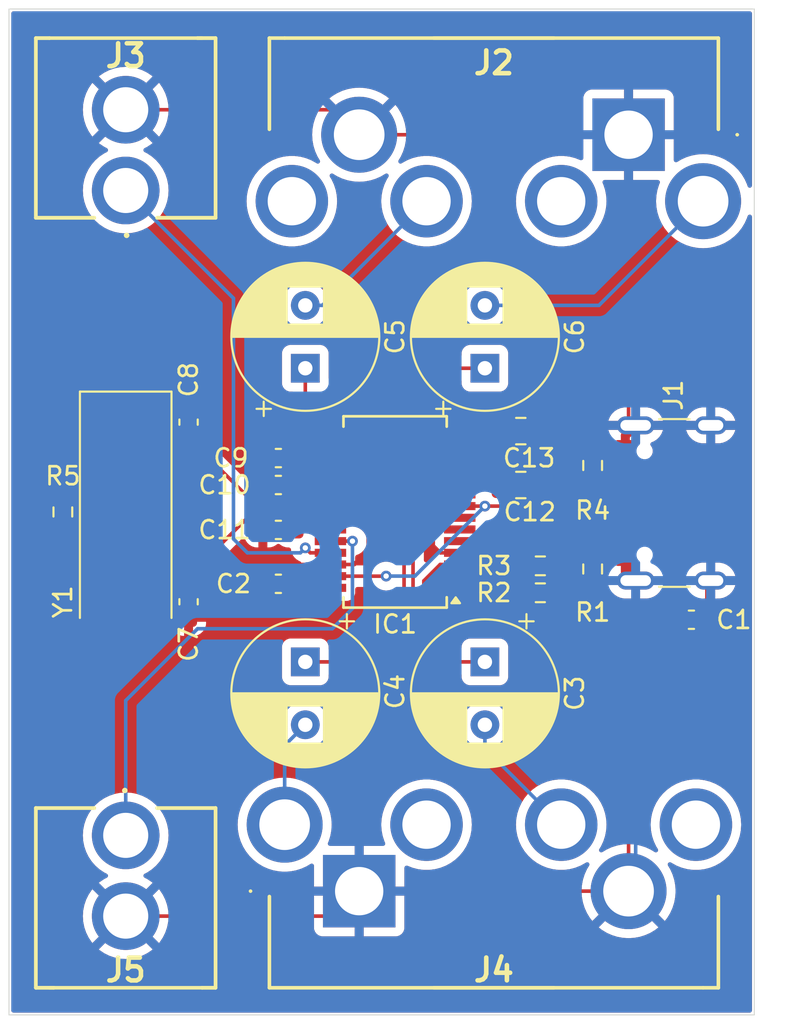
<source format=kicad_pcb>
(kicad_pcb (version 20240108) (generator "pcbnew") (generator_version "8.0")
  (layers (0 "F.Cu" signal) (31 "B.Cu" signal) (34 "B.Paste" user) (35 "F.Paste" user) (36 "B.SilkS" user "B.Silkscreen") (37 "F.SilkS" user "F.Silkscreen") (38 "B.Mask" user) (39 "F.Mask" user) (44 "Edge.Cuts" user))
  (net 0 "")
  (net 1 "GND")
  (net 2 "VBUS")
  (net 3 "VDD")
  (net 4 "/VINL")
  (net 5 "Net-(J4-IN1)")
  (net 6 "Net-(J4-IN2)")
  (net 7 "/VINR")
  (net 8 "/VOUTL")
  (net 9 "Net-(J2-IN1)")
  (net 10 "/VOUTR")
  (net 11 "Net-(J2-IN2)")
  (net 12 "/XTI")
  (net 13 "/XTO")
  (net 14 "/VCCP1I")
  (net 15 "/VCCP2I")
  (net 16 "/VCCXI")
  (net 17 "/VCCCI")
  (net 18 "/VCOM")
  (net 19 "/DOUT")
  (net 20 "/D+")
  (net 23 "/D-")
  (net 25 "/DIN")
  (net 27 "Net-(J1-D--PadA7)")
  (net 28 "Net-(J1-D+-PadA6)")
  (net 29 "Net-(J1-CC1)")
  (footprint "Capacitor_SMD:C_0603_1608Metric_Pad1.08x0.95mm_HandSolder" (layer "F.Cu") (at 170 72.5)
    (property "Reference" "C1" (at 2.3625 0 0) (layer "F.SilkS"))
    (property "Value" "1uF")
    (pad "1" smd roundrect (at -0.8625 0) (size 1.075 0.95) (layers "F.Cu" "F.Paste" "F.Mask") (net 2 "VBUS"))
    (pad "2" smd roundrect (at 0.8625 0) (size 1.075 0.95) (layers "F.Cu" "F.Paste" "F.Mask") (net 1 "GND"))
  )
  (footprint "Capacitor_SMD:C_0603_1608Metric_Pad1.08x0.95mm_HandSolder" (layer "F.Cu") (at 147 67.5 180)
    (property "Reference" "C11" (at 3 0 0) (layer "F.SilkS"))
    (property "Value" "1uF")
    (pad "1" smd roundrect (at -0.8625 0 180) (size 1.075 0.95) (layers "F.Cu" "F.Paste" "F.Mask") (net 16 "/VCCXI"))
    (pad "2" smd roundrect (at 0.8625 0 180) (size 1.075 0.95) (layers "F.Cu" "F.Paste" "F.Mask") (net 1 "GND"))
  )
  (footprint "Capacitor_SMD:C_0603_1608Metric_Pad1.08x0.95mm_HandSolder" (layer "F.Cu") (at 147 65 180)
    (property "Reference" "C10" (at 3 0 0) (layer "F.SilkS"))
    (property "Value" "1uF")
    (pad "1" smd roundrect (at -0.8625 0 180) (size 1.075 0.95) (layers "F.Cu" "F.Paste" "F.Mask") (net 15 "/VCCP2I"))
    (pad "2" smd roundrect (at 0.8625 0 180) (size 1.075 0.95) (layers "F.Cu" "F.Paste" "F.Mask") (net 1 "GND"))
  )
  (footprint "Capacitor_SMD:C_0603_1608Metric_Pad1.08x0.95mm_HandSolder" (layer "F.Cu") (at 147 70.5)
    (property "Reference" "C2" (at -2.5 0 0) (layer "F.SilkS"))
    (property "Value" "1uF")
    (pad "1" smd roundrect (at -0.8625 0) (size 1.075 0.95) (layers "F.Cu" "F.Paste" "F.Mask") (net 1 "GND"))
    (pad "2" smd roundrect (at 0.8625 0) (size 1.075 0.95) (layers "F.Cu" "F.Paste" "F.Mask") (net 3 "VDD"))
  )
  (footprint "Capacitor_THT:CP_Radial_D8.0mm_P3.50mm" (layer "F.Cu") (at 158.5 58.5 90)
    (property "Reference" "C6" (at 1.75 5 90) (layer "F.SilkS"))
    (property "Value" "820uF")
    (pad "1" thru_hole rect (at 0 0 90) (size 1.6 1.6) (drill 0.8) (layers "*.Cu" "*.Mask") (net 10 "/VOUTR"))
    (pad "2" thru_hole circle (at 3.5 0 90) (size 1.6 1.6) (drill 0.8) (layers "*.Cu" "*.Mask") (net 11 "Net-(J2-IN2)"))
  )
  (footprint "Resistor_SMD:R_0603_1608Metric_Pad0.98x0.95mm_HandSolder" (layer "F.Cu") (at 135 66.5 90)
    (property "Reference" "R5" (at 2 0 180) (layer "F.SilkS"))
    (property "Value" "1M")
    (pad "1" smd roundrect (at -0.9125 0 90) (size 0.975 0.95) (layers "F.Cu" "F.Paste" "F.Mask") (net 12 "/XTI"))
    (pad "2" smd roundrect (at 0.9125 0 90) (size 0.975 0.95) (layers "F.Cu" "F.Paste" "F.Mask") (net 13 "/XTO"))
  )
  (footprint "Connector_USB:USB_C_Receptacle_GCT_USB4105-xx-A_16P_TopMnt_Horizontal" (layer "F.Cu") (at 170 66 90)
    (property "Reference" "J1" (at 6 -1 90) (layer "F.SilkS"))
    (property "Value" "USB_C_Receptacle_USB2.0_14P")
    (pad "" np_thru_hole circle (at -2.89 -2.605 90) (size 0.65 0.65) (drill 0.65) (layers "F&B.Cu" "*.Mask"))
    (pad "" np_thru_hole circle (at 2.89 -2.605 90) (size 0.65 0.65) (drill 0.65) (layers "F&B.Cu" "*.Mask"))
    (pad "A1" smd roundrect (at -3.2 -3.68 90) (size 0.6 1.15) (layers "F.Cu" "F.Paste" "F.Mask") (net 1 "GND"))
    (pad "A4" smd roundrect (at -2.4 -3.68 90) (size 0.6 1.15) (layers "F.Cu" "F.Paste" "F.Mask") (net 2 "VBUS"))
    (pad "A5" smd roundrect (at -1.25 -3.68 90) (size 0.3 1.15) (layers "F.Cu" "F.Paste" "F.Mask") (net 29 "Net-(J1-CC1)"))
    (pad "A6" smd roundrect (at -0.25 -3.68 90) (size 0.3 1.15) (layers "F.Cu" "F.Paste" "F.Mask") (net 28 "Net-(J1-D+-PadA6)"))
    (pad "A7" smd roundrect (at 0.25 -3.68 90) (size 0.3 1.15) (layers "F.Cu" "F.Paste" "F.Mask") (net 27 "Net-(J1-D--PadA7)"))
    (pad "A8" smd roundrect (at 1.25 -3.68 90) (size 0.3 1.15) (layers "F.Cu" "F.Paste" "F.Mask"))
    (pad "A9" smd roundrect (at 2.4 -3.68 90) (size 0.6 1.15) (layers "F.Cu" "F.Paste" "F.Mask") (net 2 "VBUS"))
    (pad "A12" smd roundrect (at 3.2 -3.68 90) (size 0.6 1.15) (layers "F.Cu" "F.Paste" "F.Mask") (net 1 "GND"))
    (pad "B1" smd roundrect (at 3.2 -3.68 90) (size 0.6 1.15) (layers "F.Cu" "F.Paste" "F.Mask") (net 1 "GND"))
    (pad "B4" smd roundrect (at 2.4 -3.68 90) (size 0.6 1.15) (layers "F.Cu" "F.Paste" "F.Mask") (net 2 "VBUS"))
    (pad "B5" smd roundrect (at 1.75 -3.68 90) (size 0.3 1.15) (layers "F.Cu" "F.Paste" "F.Mask") (net 29 "Net-(J1-CC1)"))
    (pad "B6" smd roundrect (at 0.75 -3.68 90) (size 0.3 1.15) (layers "F.Cu" "F.Paste" "F.Mask") (net 28 "Net-(J1-D+-PadA6)"))
    (pad "B7" smd roundrect (at -0.75 -3.68 90) (size 0.3 1.15) (layers "F.Cu" "F.Paste" "F.Mask") (net 27 "Net-(J1-D--PadA7)"))
    (pad "B8" smd roundrect (at -1.75 -3.68 90) (size 0.3 1.15) (layers "F.Cu" "F.Paste" "F.Mask"))
    (pad "B9" smd roundrect (at -2.4 -3.68 90) (size 0.6 1.15) (layers "F.Cu" "F.Paste" "F.Mask") (net 2 "VBUS"))
    (pad "B12" smd roundrect (at -3.2 -3.68 90) (size 0.6 1.15) (layers "F.Cu" "F.Paste" "F.Mask") (net 1 "GND"))
    (pad "S1" thru_hole oval (at -4.32 -3.105 90) (size 1 2.1) (drill oval 0.6 1.7) (layers "*.Cu" "*.Mask" "F.Paste") (net 1 "GND"))
    (pad "S1" thru_hole oval (at -4.32 1.075 90) (size 1 1.8) (drill oval 0.6 1.4) (layers "*.Cu" "*.Mask" "F.Paste") (net 1 "GND"))
    (pad "S1" thru_hole oval (at 4.32 -3.105 90) (size 1 2.1) (drill oval 0.6 1.7) (layers "*.Cu" "*.Mask" "F.Paste") (net 1 "GND"))
    (pad "S1" thru_hole oval (at 4.32 1.075 90) (size 1 1.8) (drill oval 0.6 1.4) (layers "*.Cu" "*.Mask" "F.Paste") (net 1 "GND"))
  )
  (footprint "Capacitor_SMD:C_0805_2012Metric_Pad1.18x1.45mm_HandSolder" (layer "F.Cu") (at 160.5 65)
    (property "Reference" "C12" (at 0.5 1.5 180) (layer "F.SilkS"))
    (property "Value" "10uF")
    (pad "1" smd roundrect (at -1.0375 0) (size 1.175 1.45) (layers "F.Cu" "F.Paste" "F.Mask") (roundrect_rratio 0.212766) (net 17 "/VCCCI"))
    (pad "2" smd roundrect (at 1.0375 0) (size 1.175 1.45) (layers "F.Cu" "F.Paste" "F.Mask") (roundrect_rratio 0.212766) (net 1 "GND"))
  )
  (footprint "Resistor_SMD:R_0603_1608Metric_Pad0.98x0.95mm_HandSolder" (layer "F.Cu") (at 164.5 69.675 -90)
    (property "Reference" "R1" (at 2.4125 0 0) (layer "F.SilkS"))
    (property "Value" "5.1k")
    (pad "1" smd roundrect (at -0.9125 0 270) (size 0.975 0.95) (layers "F.Cu" "F.Paste" "F.Mask") (net 29 "Net-(J1-CC1)"))
    (pad "2" smd roundrect (at 0.9125 0 270) (size 0.975 0.95) (layers "F.Cu" "F.Paste" "F.Mask") (net 1 "GND"))
  )
  (footprint "Capacitor_SMD:C_0805_2012Metric_Pad1.18x1.45mm_HandSolder" (layer "F.Cu") (at 160.5 62)
    (property "Reference" "C13" (at 0.4625 1.5 0) (layer "F.SilkS"))
    (property "Value" "10uF")
    (pad "1" smd roundrect (at -1.0375 0) (size 1.175 1.45) (layers "F.Cu" "F.Paste" "F.Mask") (roundrect_rratio 0.212766) (net 18 "/VCOM"))
    (pad "2" smd roundrect (at 1.0375 0) (size 1.175 1.45) (layers "F.Cu" "F.Paste" "F.Mask") (roundrect_rratio 0.212766) (net 1 "GND"))
  )
  (footprint "Package_SO:SSOP-28_5.3x10.2mm_P0.65mm" (layer "F.Cu") (at 153.5 66.5 180)
    (property "Reference" "IC1" (at 0 -6.25 0) (layer "F.SilkS"))
    (property "Value" "PCM2906C")
    (pad "1" smd rect (at -3.6 -4.225 180) (size 1.75 0.45) (layers "F.Cu" "F.Paste" "F.Mask") (net 20 "/D+"))
    (pad "2" smd rect (at -3.6 -3.575 180) (size 1.75 0.45) (layers "F.Cu" "F.Paste" "F.Mask") (net 23 "/D-"))
    (pad "3" smd rect (at -3.6 -2.925 180) (size 1.75 0.45) (layers "F.Cu" "F.Paste" "F.Mask") (net 2 "VBUS"))
    (pad "4" smd rect (at -3.6 -2.275 180) (size 1.75 0.45) (layers "F.Cu" "F.Paste" "F.Mask") (net 1 "GND"))
    (pad "5" smd rect (at -3.6 -1.625 180) (size 1.75 0.45) (layers "F.Cu" "F.Paste" "F.Mask"))
    (pad "6" smd rect (at -3.6 -0.975 180) (size 1.75 0.45) (layers "F.Cu" "F.Paste" "F.Mask"))
    (pad "7" smd rect (at -3.6 -0.325 180) (size 1.75 0.45) (layers "F.Cu" "F.Paste" "F.Mask"))
    (pad "8" smd rect (at -3.6 0.325 180) (size 1.75 0.45) (layers "F.Cu" "F.Paste" "F.Mask") (net 3 "VDD"))
    (pad "9" smd rect (at -3.6 0.975 180) (size 1.75 0.45) (layers "F.Cu" "F.Paste" "F.Mask") (net 3 "VDD"))
    (pad "10" smd rect (at -3.6 1.625 180) (size 1.75 0.45) (layers "F.Cu" "F.Paste" "F.Mask") (net 17 "/VCCCI"))
    (pad "11" smd rect (at -3.6 2.275 180) (size 1.75 0.45) (layers "F.Cu" "F.Paste" "F.Mask") (net 1 "GND"))
    (pad "12" smd rect (at -3.6 2.925 180) (size 1.75 0.45) (layers "F.Cu" "F.Paste" "F.Mask") (net 4 "/VINL"))
    (pad "13" smd rect (at -3.6 3.575 180) (size 1.75 0.45) (layers "F.Cu" "F.Paste" "F.Mask") (net 7 "/VINR"))
    (pad "14" smd rect (at -3.6 4.225 180) (size 1.75 0.45) (layers "F.Cu" "F.Paste" "F.Mask") (net 18 "/VCOM"))
    (pad "15" smd rect (at 3.6 4.225 180) (size 1.75 0.45) (layers "F.Cu" "F.Paste" "F.Mask") (net 10 "/VOUTR"))
    (pad "16" smd rect (at 3.6 3.575 180) (size 1.75 0.45) (layers "F.Cu" "F.Paste" "F.Mask") (net 8 "/VOUTL"))
    (pad "17" smd rect (at 3.6 2.925 180) (size 1.75 0.45) (layers "F.Cu" "F.Paste" "F.Mask") (net 14 "/VCCP1I"))
    (pad "18" smd rect (at 3.6 2.275 180) (size 1.75 0.45) (layers "F.Cu" "F.Paste" "F.Mask") (net 1 "GND"))
    (pad "19" smd rect (at 3.6 1.625 180) (size 1.75 0.45) (layers "F.Cu" "F.Paste" "F.Mask") (net 15 "/VCCP2I"))
    (pad "20" smd rect (at 3.6 0.975 180) (size 1.75 0.45) (layers "F.Cu" "F.Paste" "F.Mask") (net 13 "/XTO"))
    (pad "21" smd rect (at 3.6 0.325 180) (size 1.75 0.45) (layers "F.Cu" "F.Paste" "F.Mask") (net 12 "/XTI"))
    (pad "22" smd rect (at 3.6 -0.325 180) (size 1.75 0.45) (layers "F.Cu" "F.Paste" "F.Mask") (net 1 "GND"))
    (pad "23" smd rect (at 3.6 -0.975 180) (size 1.75 0.45) (layers "F.Cu" "F.Paste" "F.Mask") (net 16 "/VCCXI"))
    (pad "24" smd rect (at 3.6 -1.625 180) (size 1.75 0.45) (layers "F.Cu" "F.Paste" "F.Mask") (net 25 "/DIN"))
    (pad "25" smd rect (at 3.6 -2.275 180) (size 1.75 0.45) (layers "F.Cu" "F.Paste" "F.Mask") (net 19 "/DOUT"))
    (pad "26" smd rect (at 3.6 -2.925 180) (size 1.75 0.45) (layers "F.Cu" "F.Paste" "F.Mask") (net 1 "GND"))
    (pad "27" smd rect (at 3.6 -3.575 180) (size 1.75 0.45) (layers "F.Cu" "F.Paste" "F.Mask") (net 3 "VDD"))
    (pad "28" smd rect (at 3.6 -4.225 180) (size 1.75 0.45) (layers "F.Cu" "F.Paste" "F.Mask"))
  )
  (footprint "Capacitor_SMD:C_0603_1608Metric_Pad1.08x0.95mm_HandSolder" (layer "F.Cu") (at 142 61.5 90)
    (property "Reference" "C8" (at 2.3625 0 90) (layer "F.SilkS"))
    (property "Value" "25pF")
    (pad "1" smd roundrect (at -0.8625 0 90) (size 1.075 0.95) (layers "F.Cu" "F.Paste" "F.Mask") (net 13 "/XTO"))
    (pad "2" smd roundrect (at 0.8625 0 90) (size 1.075 0.95) (layers "F.Cu" "F.Paste" "F.Mask") (net 1 "GND"))
  )
  (footprint "RCA jacks:1560099E" (layer "F.Cu") (at 138.5002 48.605 180)
    (property "Reference" "J3" (at 0 7.5 0) (layer "F.SilkS") (effects (font (size 1.27 1.27) (thickness 0.254))))
    (property "Value" "Conn_Coaxial" (hide yes))
    (pad "1" thru_hole circle (at 0 0 180) (size 3.765 3.765) (drill 2.51) (layers "*.Cu" "*.Mask") (net 19 "/DOUT"))
    (pad "2" thru_hole circle (at 0 4.496 180) (size 3.765 3.765) (drill 2.51) (layers "*.Cu" "*.Mask") (net 1 "GND"))
  )
  (footprint "RCA jacks:1560099E" (layer "F.Cu") (at 138.5 84.504)
    (property "Reference" "J5" (at 0 7.5 0) (layer "F.SilkS") (effects (font (size 1.27 1.27) (thickness 0.254))))
    (property "Value" "Conn_Coaxial" (hide yes))
    (pad "1" thru_hole circle (at 0 0) (size 3.765 3.765) (drill 2.51) (layers "*.Cu" "*.Mask") (net 25 "/DIN"))
    (pad "2" thru_hole circle (at 0 4.496) (size 3.765 3.765) (drill 2.51) (layers "*.Cu" "*.Mask") (net 1 "GND"))
  )
  (footprint "Capacitor_THT:CP_Radial_D8.0mm_P3.50mm" (layer "F.Cu") (at 148.5 58.5 90)
    (property "Reference" "C5" (at 1.75 5 90) (layer "F.SilkS"))
    (property "Value" "820uF")
    (pad "1" thru_hole rect (at 0 0 90) (size 1.6 1.6) (drill 0.8) (layers "*.Cu" "*.Mask") (net 8 "/VOUTL"))
    (pad "2" thru_hole circle (at 3.5 0 90) (size 1.6 1.6) (drill 0.8) (layers "*.Cu" "*.Mask") (net 9 "Net-(J2-IN1)"))
  )
  (footprint "Resistor_SMD:R_0603_1608Metric_Pad0.98x0.95mm_HandSolder" (layer "F.Cu") (at 161.5875 71 180)
    (property "Reference" "R2" (at 2.5875 0 180) (layer "F.SilkS"))
    (property "Value" "22")
    (pad "1" smd roundrect (at -0.9125 0 180) (size 0.975 0.95) (layers "F.Cu" "F.Paste" "F.Mask") (net 27 "Net-(J1-D--PadA7)"))
    (pad "2" smd roundrect (at 0.9125 0 180) (size 0.975 0.95) (layers "F.Cu" "F.Paste" "F.Mask") (net 23 "/D-"))
  )
  (footprint "Crystal:Crystal_SMD_HC49-SD" (layer "F.Cu") (at 138.5 66.5 -90)
    (property "Reference" "Y1" (at 5 3.5 -90) (layer "F.SilkS"))
    (property "Value" "12MHz")
    (pad "1" smd rect (at -4.25 0 270) (size 4.5 2) (layers "F.Cu" "F.Paste" "F.Mask") (net 13 "/XTO"))
    (pad "2" smd rect (at 4.25 0 270) (size 4.5 2) (layers "F.Cu" "F.Paste" "F.Mask") (net 12 "/XTI"))
  )
  (footprint "Capacitor_THT:CP_Radial_D8.0mm_P3.50mm" (layer "F.Cu") (at 148.5 74.8473 -90)
    (property "Reference" "C4" (at 1.652651 -5 90) (layer "F.SilkS"))
    (property "Value" "820uF")
    (pad "1" thru_hole rect (at 0 0 270) (size 1.6 1.6) (drill 0.8) (layers "*.Cu" "*.Mask") (net 7 "/VINR"))
    (pad "2" thru_hole circle (at 3.5 0 270) (size 1.6 1.6) (drill 0.8) (layers "*.Cu" "*.Mask") (net 6 "Net-(J4-IN2)"))
  )
  (footprint "RCA jacks:PJRAN2X1U01AUX" (layer "F.Cu") (at 166.5 45.5 180)
    (property "Reference" "J2" (at 7.5 4 0) (layer "F.SilkS") (effects (font (size 1.27 1.27) (thickness 0.254))))
    (property "Value" "Conn_Coaxial_x2" (hide yes))
    (pad "1" thru_hole circle (at 11.25 -3.7 180) (size 4.035 4.035) (drill 2.69) (layers "*.Cu" "*.Mask") (net 9 "Net-(J2-IN1)"))
    (pad "2" thru_hole circle (at -4.15 -3.7 180) (size 4.23 4.23) (drill 2.82) (layers "*.Cu" "*.Mask") (net 11 "Net-(J2-IN2)"))
    (pad "3" thru_hole rect (at 0 0 180) (size 4.035 4.035) (drill 2.69) (layers "*.Cu" "*.Mask") (net 1 "GND"))
    (pad "3" thru_hole circle (at 15 0 180) (size 4.23 4.23) (drill 2.82) (layers "*.Cu" "*.Mask") (net 1 "GND"))
    (pad "A" thru_hole circle (at 3.75 -3.7 180) (size 4.035 4.035) (drill 2.69) (layers "*.Cu" "*.Mask"))
    (pad "B" thru_hole circle (at 18.75 -3.7 180) (size 4.035 4.035) (drill 2.69) (layers "*.Cu" "*.Mask"))
  )
  (footprint "Resistor_SMD:R_0603_1608Metric_Pad0.98x0.95mm_HandSolder" (layer "F.Cu") (at 164.5 63.9125 -90)
    (property "Reference" "R4" (at 2.5 0 0) (layer "F.SilkS"))
    (property "Value" "1.5k")
    (pad "1" smd roundrect (at -0.9125 0 270) (size 0.975 0.95) (layers "F.Cu" "F.Paste" "F.Mask") (net 28 "Net-(J1-D+-PadA6)"))
    (pad "2" smd roundrect (at 0.9125 0 270) (size 0.975 0.95) (layers "F.Cu" "F.Paste" "F.Mask") (net 3 "VDD"))
  )
  (footprint "Capacitor_THT:CP_Radial_D8.0mm_P3.50mm" (layer "F.Cu") (at 158.5 74.8473 -90)
    (property "Reference" "C3" (at 1.75 -5 90) (layer "F.SilkS"))
    (property "Value" "820uF")
    (pad "1" thru_hole rect (at 0 0 270) (size 1.6 1.6) (drill 0.8) (layers "*.Cu" "*.Mask") (net 4 "/VINL"))
    (pad "2" thru_hole circle (at 3.5 0 270) (size 1.6 1.6) (drill 0.8) (layers "*.Cu" "*.Mask") (net 5 "Net-(J4-IN1)"))
  )
  (footprint "Capacitor_SMD:C_0603_1608Metric_Pad1.08x0.95mm_HandSolder" (layer "F.Cu") (at 147 63.5 180)
    (property "Reference" "C9" (at 2.6375 0 0) (layer "F.SilkS"))
    (property "Value" "1uF")
    (pad "1" smd roundrect (at -0.8625 0 180) (size 1.075 0.95) (layers "F.Cu" "F.Paste" "F.Mask") (net 14 "/VCCP1I"))
    (pad "2" smd roundrect (at 0.8625 0 180) (size 1.075 0.95) (layers "F.Cu" "F.Paste" "F.Mask") (net 1 "GND"))
  )
  (footprint "RCA jacks:PJRAN2X1U01AUX" (layer "F.Cu") (at 151.5003 87.609)
    (property "Reference" "J4" (at 7.499 4.391 0) (layer "F.SilkS") (effects (font (size 1.27 1.27) (thickness 0.254))))
    (property "Value" "Conn_Coaxial_x2" (hide yes))
    (pad "1" thru_hole circle (at 11.25 -3.7) (size 4.035 4.035) (drill 2.69) (layers "*.Cu" "*.Mask") (net 5 "Net-(J4-IN1)"))
    (pad "2" thru_hole circle (at -4.15 -3.7) (size 4.23 4.23) (drill 2.82) (layers "*.Cu" "*.Mask") (net 6 "Net-(J4-IN2)"))
    (pad "3" thru_hole rect (at 0 0) (size 4.035 4.035) (drill 2.69) (layers "*.Cu" "*.Mask") (net 1 "GND"))
    (pad "3" thru_hole circle (at 15 0) (size 4.23 4.23) (drill 2.82) (layers "*.Cu" "*.Mask") (net 1 "GND"))
    (pad "A" thru_hole circle (at 3.75 -3.7) (size 4.035 4.035) (drill 2.69) (layers "*.Cu" "*.Mask"))
    (pad "B" thru_hole circle (at 18.75 -3.7) (size 4.035 4.035) (drill 2.69) (layers "*.Cu" "*.Mask"))
  )
  (footprint "Resistor_SMD:R_0603_1608Metric_Pad0.98x0.95mm_HandSolder" (layer "F.Cu") (at 161.5875 69.5 180)
    (property "Reference" "R3" (at 2.5875 0 180) (layer "F.SilkS"))
    (property "Value" "22")
    (pad "1" smd roundrect (at -0.9125 0 180) (size 0.975 0.95) (layers "F.Cu" "F.Paste" "F.Mask") (net 28 "Net-(J1-D+-PadA6)"))
    (pad "2" smd roundrect (at 0.9125 0 180) (size 0.975 0.95) (layers "F.Cu" "F.Paste" "F.Mask") (net 20 "/D+"))
  )
  (footprint "Capacitor_SMD:C_0603_1608Metric_Pad1.08x0.95mm_HandSolder" (layer "F.Cu") (at 142 71.5 -90)
    (property "Reference" "C7" (at 2.3625 0 90) (layer "F.SilkS"))
    (property "Value" "25pF")
    (pad "1" smd roundrect (at -0.8625 0 270) (size 1.075 0.95) (layers "F.Cu" "F.Paste" "F.Mask") (net 12 "/XTI"))
    (pad "2" smd roundrect (at 0.8625 0 270) (size 1.075 0.95) (layers "F.Cu" "F.Paste" "F.Mask") (net 1 "GND"))
  )
  (gr_line (start 173.5 94.5) (end 132 94.5) (stroke (width 0.05)) (layer "Edge.Cuts"))
  (gr_line (start 132 94.5) (end 132 38.5) (stroke (width 0.05)) (layer "Edge.Cuts"))
  (gr_line (start 132 38.5) (end 173.5 38.5) (stroke (width 0.05)) (layer "Edge.Cuts"))
  (gr_line (start 173.5 38.5) (end 173.5 94.5) (stroke (width 0.05)) (layer "Edge.Cuts"))
  (segment (start 151.5 64.375) (end 151.35 64.225) (width 0.2) (layer "F.Cu") (net 1))
  (segment (start 157.1 64.225) (end 158.207628 64.225) (width 0.2) (layer "F.Cu") (net 1))
  (segment (start 166.32 62.255) (end 166.895 61.68) (width 0.5) (layer "F.Cu") (net 1))
  (segment (start 170.8625 72.5) (end 170.8625 70.5325) (width 0.2) (layer "F.Cu") (net 1))
  (segment (start 138.5002 44.109) (end 142 47.6088) (width 0.2) (layer "F.Cu") (net 1))
  (segment (start 147.2125 69.425) (end 146.1375 70.5) (width 0.2) (layer "F.Cu") (net 1))
  (segment (start 171.075 61.68) (end 166.895 61.68) (width 0.2) (layer "F.Cu") (net 1))
  (segment (start 166.5 61.285) (end 166.895 61.68) (width 0.2) (layer "F.Cu") (net 1))
  (segment (start 166.895 61.68) (end 161.8575 61.68) (width 0.2) (layer "F.Cu") (net 1))
  (segment (start 151.325 66.825) (end 151.5 66.65) (width 0.2) (layer "F.Cu") (net 1))
  (segment (start 156.025 64.225) (end 155.5 64.75) (width 0.2) (layer "F.Cu") (net 1))
  (segment (start 166.5 45.5) (end 151.5 45.5) (width 0.2) (layer "F.Cu") (net 1))
  (segment (start 146.1375 62.1375) (end 144.6375 60.6375) (width 0.2) (layer "F.Cu") (net 1))
  (segment (start 170.8625 72.5) (end 166.5003 76.8622) (width 0.2) (layer "F.Cu") (net 1))
  (segment (start 161.5375 64.0375) (end 161 63.5) (width 0.2) (layer "F.Cu") (net 1))
  (segment (start 146.1375 67.5) (end 146.1375 70.5) (width 0.2) (layer "F.Cu") (net 1))
  (segment (start 151.325 66.825) (end 149.9 66.825) (width 0.2) (layer "F.Cu") (net 1))
  (segment (start 151.35 64.225) (end 149.9 64.225) (width 0.2) (layer "F.Cu") (net 1))
  (segment (start 146.1375 63.5) (end 146.1375 62.1375) (width 0.2) (layer "F.Cu") (net 1))
  (segment (start 166.5003 87.609) (end 151.5003 87.609) (width 0.2) (layer "F.Cu") (net 1))
  (segment (start 138.5 89) (end 150.1093 89) (width 0.2) (layer "F.Cu") (net 1))
  (segment (start 144.6375 60.6375) (end 142 60.6375) (width 0.2) (layer "F.Cu") (net 1))
  (segment (start 164.7675 70.32) (end 164.5 70.5875) (width 0.2) (layer "F.Cu") (net 1))
  (segment (start 166.5 45.5) (end 166.5 61.285) (width 0.2) (layer "F.Cu") (net 1))
  (segment (start 156.025 68.775) (end 157.1 68.775) (width 0.2) (layer "F.Cu") (net 1))
  (segment (start 161.5375 65) (end 161.5375 64.0375) (width 0.2) (layer "F.Cu") (net 1))
  (segment (start 155.5 68.25) (end 156.025 68.775) (width 0.2) (layer "F.Cu") (net 1))
  (segment (start 161.5375 62.9625) (end 161.5375 62) (width 0.2) (layer "F.Cu") (net 1))
  (segment (start 166.5003 76.8622) (end 166.5003 87.609) (width 0.2) (layer "F.Cu") (net 1))
  (segment (start 158.207628 64.225) (end 158.932628 63.5) (width 0.2) (layer "F.Cu") (net 1))
  (segment (start 151.5 66.65) (end 151.5 64.375) (width 0.2) (layer "F.Cu") (net 1))
  (segment (start 166.895 70.32) (end 164.7675 70.32) (width 0.2) (layer "F.Cu") (net 1))
  (segment (start 166.895 69.775) (end 166.32 69.2) (width 0.5) (layer "F.Cu") (net 1))
  (segment (start 152 68.662133) (end 152 67.5) (width 0.2) (layer "F.Cu") (net 1))
  (segment (start 161.8575 61.68) (end 161.5375 62) (width 0.2) (layer "F.Cu") (net 1))
  (segment (start 166.32 62.8) (end 166.32 62.255) (width 0.5) (layer "F.Cu") (net 1))
  (segment (start 144.4125 72.3625) (end 146.1375 70.6375) (width 0.2) (layer "F.Cu") (net 1))
  (segment (start 151.237133 69.425) (end 152 68.662133) (width 0.2) (layer "F.Cu") (net 1))
  (segment (start 157.1 64.225) (end 156.025 64.225) (width 0.2) (layer "F.Cu") (net 1))
  (segment (start 150.109 44.109) (end 151.5 45.5) (width 0.2) (layer "F.Cu") (net 1))
  (segment (start 155.5 64.75) (end 155.5 68.25) (width 0.2) (layer "F.Cu") (net 1))
  (segment (start 149.9 69.425) (end 147.2125 69.425) (width 0.2) (layer "F.Cu") (net 1))
  (segment (start 150.1093 89) (end 151.5003 87.609) (width 0.2) (layer "F.Cu") (net 1))
  (segment (start 142 72.3625) (end 144.4125 72.3625) (width 0.2) (layer "F.Cu") (net 1))
  (segment (start 171.075 70.32) (end 171.075 61.68) (width 0.2) (layer "F.Cu") (net 1))
  (segment (start 161 63.5) (end 161.5375 62.9625) (width 0.2) (layer "F.Cu") (net 1))
  (segment (start 149.9 69.425) (end 151.237133 69.425) (width 0.2) (layer "F.Cu") (net 1))
  (segment (start 166.895 70.32) (end 166.895 69.775) (width 0.5) (layer "F.Cu") (net 1))
  (segment (start 152 67.5) (end 151.325 66.825) (width 0.2) (layer "F.Cu") (net 1))
  (segment (start 170.8625 70.5325) (end 171.075 70.32) (width 0.2) (layer "F.Cu") (net 1))
  (segment (start 146.1375 65) (end 146.1375 63.5) (width 0.2) (layer "F.Cu") (net 1))
  (segment (start 142 47.6088) (end 142 60.6375) (width 0.2) (layer "F.Cu") (net 1))
  (segment (start 138.5002 44.109) (end 150.109 44.109) (width 0.2) (layer "F.Cu") (net 1))
  (segment (start 142 72.3625) (end 142 85.5) (width 0.2) (layer "F.Cu") (net 1))
  (segment (start 158.932628 63.5) (end 161 63.5) (width 0.2) (layer "F.Cu") (net 1))
  (segment (start 142 85.5) (end 138.5 89) (width 0.2) (layer "F.Cu") (net 1))
  (segment (start 166.895 87.2143) (end 166.5003 87.609) (width 0.2) (layer "B.Cu") (net 1))
  (segment (start 166.895 70.32) (end 166.895 87.2143) (width 0.2) (layer "B.Cu") (net 1))
  (segment (start 157.1 69.425) (end 156.009314 69.425) (width 0.2) (layer "F.Cu") (net 2))
  (segment (start 155.1 71.1) (end 156.5 72.5) (width 0.2) (layer "F.Cu") (net 2))
  (segment (start 166.843095 63.6) (end 167.995 64.751905) (width 0.2) (layer "F.Cu") (net 2))
  (segment (start 167.415203 67.915203) (end 166.930406 68.4) (width 0.2) (layer "F.Cu") (net 2))
  (segment (start 166.930406 68.4) (end 166.32 68.4) (width 0.2) (layer "F.Cu") (net 2))
  (segment (start 169.1375 69.6375) (end 167.415203 67.915203) (width 0.2) (layer "F.Cu") (net 2))
  (segment (start 166.32 63.6) (end 166.843095 63.6) (width 0.2) (layer "F.Cu") (net 2))
  (segment (start 167.995 64.751905) (end 167.995 67.335406) (width 0.2) (layer "F.Cu") (net 2))
  (segment (start 166.505 68.215) (end 166.32 68.4) (width 0.2) (layer "F.Cu") (net 2))
  (segment (start 169.1375 72.5) (end 169.1375 69.6375) (width 0.2) (layer "F.Cu") (net 2))
  (segment (start 167.995 67.335406) (end 167.415203 67.915203) (width 0.2) (layer "F.Cu") (net 2))
  (segment (start 156.009314 69.425) (end 155.1 70.334314) (width 0.2) (layer "F.Cu") (net 2))
  (segment (start 155.1 70.334314) (end 155.1 71.1) (width 0.2) (layer "F.Cu") (net 2))
  (segment (start 156.5 72.5) (end 169.1375 72.5) (width 0.2) (layer "F.Cu") (net 2))
  (segment (start 157.1 65.525) (end 157.1 66.175) (width 0.2) (layer "F.Cu") (net 3))
  (segment (start 148.2875 70.075) (end 147.8625 70.5) (width 0.2) (layer "F.Cu") (net 3))
  (segment (start 152.995591 70.075) (end 149.9 70.075) (width 0.2) (layer "F.Cu") (net 3))
  (segment (start 158.5 66.175) (end 157.1 66.175) (width 0.2) (layer "F.Cu") (net 3))
  (segment (start 149.9 70.075) (end 148.2875 70.075) (width 0.2) (layer "F.Cu") (net 3))
  (segment (start 163.15 66.175) (end 158.5 66.175) (width 0.2) (layer "F.Cu") (net 3))
  (segment (start 164.5 64.825) (end 163.15 66.175) (width 0.2) (layer "F.Cu") (net 3))
  (segment (start 153 70.070591) (end 152.995591 70.075) (width 0.2) (layer "F.Cu") (net 3))
  (via (at 153 70.070591) (size 0.6) (drill 0.3) (layers "F.Cu" "B.Cu") (net 3))
  (via (at 158.5 66.175) (size 0.6) (drill 0.3) (layers "F.Cu" "B.Cu") (net 3))
  (segment (start 154.604409 70.070591) (end 158.5 66.175) (width 0.2) (layer "B.Cu") (net 3))
  (segment (start 153 70.070591) (end 154.604409 70.070591) (width 0.2) (layer "B.Cu") (net 3))
  (segment (start 154.5 65.1) (end 156.025 63.575) (width 0.2) (layer "F.Cu") (net 4))
  (segment (start 154.5 72.5) (end 154.5 65.1) (width 0.2) (layer "F.Cu") (net 4))
  (segment (start 156.025 63.575) (end 157.1 63.575) (width 0.2) (layer "F.Cu") (net 4))
  (segment (start 156.8473 74.8473) (end 154.5 72.5) (width 0.2) (layer "F.Cu") (net 4))
  (segment (start 158.5 74.8473) (end 156.8473 74.8473) (width 0.2) (layer "F.Cu") (net 4))
  (segment (start 162.7503 83.909) (end 158.5 79.6587) (width 0.2) (layer "B.Cu") (net 5))
  (segment (start 158.5 79.6587) (end 158.5 78.3473) (width 0.2) (layer "B.Cu") (net 5))
  (segment (start 147.3503 83.909) (end 147.3503 79.497) (width 0.2) (layer "B.Cu") (net 6))
  (segment (start 147.3503 79.497) (end 148.5 78.3473) (width 0.2) (layer "B.Cu") (net 6))
  (segment (start 156.025 62.925) (end 157.1 62.925) (width 0.2) (layer "F.Cu") (net 7))
  (segment (start 148.5 74.8473) (end 151.6527 74.8473) (width 0.2) (layer "F.Cu") (net 7))
  (segment (start 154 72.5) (end 154 64.95) (width 0.2) (layer "F.Cu") (net 7))
  (segment (start 151.6527 74.8473) (end 154 72.5) (width 0.2) (layer "F.Cu") (net 7))
  (segment (start 154 64.95) (end 156.025 62.925) (width 0.2) (layer "F.Cu") (net 7))
  (segment (start 149.9 62.925) (end 148.825 62.925) (width 0.2) (layer "F.Cu") (net 8))
  (segment (start 148.5 62.6) (end 148.5 58.5) (width 0.2) (layer "F.Cu") (net 8))
  (segment (start 148.825 62.925) (end 148.5 62.6) (width 0.2) (layer "F.Cu") (net 8))
  (segment (start 148.5 55) (end 149.45 55) (width 0.2) (layer "B.Cu") (net 9))
  (segment (start 149.45 55) (end 155.25 49.2) (width 0.2) (layer "B.Cu") (net 9))
  (segment (start 151.5 58.5) (end 158.5 58.5) (width 0.2) (layer "F.Cu") (net 10))
  (segment (start 149.9 60.1) (end 151.5 58.5) (width 0.2) (layer "F.Cu") (net 10))
  (segment (start 149.9 62.275) (end 149.9 60.1) (width 0.2) (layer "F.Cu") (net 10))
  (segment (start 158.5 55) (end 164.85 55) (width 0.2) (layer "B.Cu") (net 11))
  (segment (start 164.85 55) (end 170.65 49.2) (width 0.2) (layer "B.Cu") (net 11))
  (segment (start 141.8875 70.75) (end 142 70.6375) (width 0.2) (layer "F.Cu") (net 12))
  (segment (start 149.9 66.175) (end 145.925 66.175) (width 0.2) (layer "F.Cu") (net 12))
  (segment (start 135.1625 67.4125) (end 138.5 70.75) (width 0.2) (layer "F.Cu") (net 12))
  (segment (start 145.925 66.175) (end 142 70.1) (width 0.2) (layer "F.Cu") (net 12))
  (segment (start 135 67.4125) (end 135.1625 67.4125) (width 0.2) (layer "F.Cu") (net 12))
  (segment (start 138.5 70.75) (end 141.8875 70.75) (width 0.2) (layer "F.Cu") (net 12))
  (segment (start 142 70.1) (end 142 70.6375) (width 0.2) (layer "F.Cu") (net 12))
  (segment (start 149.9 65.525) (end 148.641722 65.525) (width 0.2) (layer "F.Cu") (net 13))
  (segment (start 138.5 62.25) (end 141.8875 62.25) (width 0.2) (layer "F.Cu") (net 13))
  (segment (start 148.641722 65.525) (end 148.391722 65.775) (width 0.2) (layer "F.Cu") (net 13))
  (segment (start 148.391722 65.775) (end 145.4125 65.775) (width 0.2) (layer "F.Cu") (net 13))
  (segment (start 135.1625 65.5875) (end 138.5 62.25) (width 0.2) (layer "F.Cu") (net 13))
  (segment (start 141.8875 62.25) (end 142 62.3625) (width 0.2) (layer "F.Cu") (net 13))
  (segment (start 135 65.5875) (end 135.1625 65.5875) (width 0.2) (layer "F.Cu") (net 13))
  (segment (start 145.4125 65.775) (end 142 62.3625) (width 0.2) (layer "F.Cu") (net 13))
  (segment (start 149.9 63.575) (end 147.9375 63.575) (width 0.2) (layer "F.Cu") (net 14))
  (segment (start 147.9375 63.575) (end 147.8625 63.5) (width 0.2) (layer "F.Cu") (net 14))
  (segment (start 149.9 64.875) (end 147.9875 64.875) (width 0.2) (layer "F.Cu") (net 15))
  (segment (start 147.9875 64.875) (end 147.8625 65) (width 0.2) (layer "F.Cu") (net 15))
  (segment (start 147.8875 67.475) (end 147.8625 67.5) (width 0.2) (layer "F.Cu") (net 16))
  (segment (start 149.9 67.475) (end 147.8875 67.475) (width 0.2) (layer "F.Cu") (net 16))
  (segment (start 159.3375 64.875) (end 159.4625 65) (width 0.2) (layer "F.Cu") (net 17))
  (segment (start 157.1 64.875) (end 159.3375 64.875) (width 0.2) (layer "F.Cu") (net 17))
  (segment (start 159.1875 62.275) (end 159.4625 62) (width 0.2) (layer "F.Cu") (net 18))
  (segment (start 157.1 62.275) (end 159.1875 62.275) (width 0.2) (layer "F.Cu") (net 18))
  (segment (start 148.5 68.5) (end 148.775 68.775) (width 0.2) (layer "F.Cu") (net 19))
  (segment (start 148.775 68.775) (end 149.9 68.775) (width 0.2) (layer "F.Cu") (net 19))
  (via (at 148.5 68.5) (size 0.6) (drill 0.3) (layers "F.Cu" "B.Cu") (net 19))
  (segment (start 148.225 68.775) (end 145.275 68.775) (width 0.2) (layer "B.Cu") (net 19))
  (segment (start 148.5 68.5) (end 148.225 68.775) (width 0.2) (layer "B.Cu") (net 19))
  (segment (start 144.5 54.6048) (end 138.5002 48.605) (width 0.2) (layer "B.Cu") (net 19))
  (segment (start 145.275 68.775) (end 144.5 68) (width 0.2) (layer "B.Cu") (net 19))
  (segment (start 144.5 68) (end 144.5 54.6048) (width 0.2) (layer "B.Cu") (net 19))
  (segment (start 159.45 70.725) (end 160.675 69.5) (width 0.2) (layer "F.Cu") (net 20))
  (segment (start 157.1 70.725) (end 159.45 70.725) (width 0.2) (layer "F.Cu") (net 20))
  (segment (start 155.925 70.075) (end 157.1 70.075) (width 0.2) (layer "F.Cu") (net 23))
  (segment (start 160.675 71) (end 160.425 71.25) (width 0.2) (layer "F.Cu") (net 23))
  (segment (start 155.5 70.825) (end 155.5 70.5) (width 0.2) (layer "F.Cu") (net 23))
  (segment (start 155.5 70.5) (end 155.925 70.075) (width 0.2) (layer "F.Cu") (net 23))
  (segment (start 155.925 71.25) (end 155.5 70.825) (width 0.2) (layer "F.Cu") (net 23))
  (segment (start 160.425 71.25) (end 155.925 71.25) (width 0.2) (layer "F.Cu") (net 23))
  (segment (start 151.125 68.125) (end 149.9 68.125) (width 0.2) (layer "F.Cu") (net 25))
  (via (at 151.125 68.125) (size 0.6) (drill 0.3) (layers "F.Cu" "B.Cu") (net 25))
  (segment (start 142.5 73) (end 138.5 77) (width 0.2) (layer "B.Cu") (net 25))
  (segment (start 138.5 77) (end 138.5 84.504) (width 0.2) (layer "B.Cu") (net 25))
  (segment (start 151.125 71.875) (end 150 73) (width 0.2) (layer "B.Cu") (net 25))
  (segment (start 150 73) (end 142.5 73) (width 0.2) (layer "B.Cu") (net 25))
  (segment (start 151.125 68.125) (end 151.125 71.875) (width 0.2) (layer "B.Cu") (net 25))
  (segment (start 165.445 66.01759) (end 165.71259 65.75) (width 0.2) (layer "F.Cu") (net 27))
  (segment (start 163.2875 70.2125) (end 162.5 71) (width 0.2) (layer "F.Cu") (net 27))
  (segment (start 166.32 66.75) (end 165.71259 66.75) (width 0.2) (layer "F.Cu") (net 27))
  (segment (start 165.71259 66.75) (end 165.445 66.48241) (width 0.2) (layer "F.Cu") (net 27))
  (segment (start 165.71259 65.75) (end 166.32 65.75) (width 0.2) (layer "F.Cu") (net 27))
  (segment (start 165.445 66.48241) (end 165.445 66.01759) (width 0.2) (layer "F.Cu") (net 27))
  (segment (start 166.32 66.75) (end 165.25 66.75) (width 0.2) (layer "F.Cu") (net 27))
  (segment (start 163.2875 68.7125) (end 163.2875 70.2125) (width 0.2) (layer "F.Cu") (net 27))
  (segment (start 165.25 66.75) (end 163.2875 68.7125) (width 0.2) (layer "F.Cu") (net 27))
  (segment (start 166.92741 65.25) (end 166.32 65.25) (width 0.2) (layer "F.Cu") (net 28))
  (segment (start 165.646904 65.25) (end 166.32 65.25) (width 0.2) (layer "F.Cu") (net 28))
  (segment (start 167.195 65.51759) (end 166.92741 65.25) (width 0.2) (layer "F.Cu") (net 28))
  (segment (start 165.279315 63.779315) (end 165.279315 64.816725) (width 0.2) (layer "F.Cu") (net 28))
  (segment (start 165.71259 65.25) (end 166.32 65.25) (width 0.2) (layer "F.Cu") (net 28))
  (segment (start 166.92741 66.25) (end 167.195 65.98241) (width 0.2) (layer "F.Cu") (net 28))
  (segment (start 165.279315 64.816725) (end 165.71259 65.25) (width 0.2) (layer "F.Cu") (net 28))
  (segment (start 166.32 66.25) (end 166.92741 66.25) (width 0.2) (layer "F.Cu") (net 28))
  (segment (start 167.195 65.98241) (end 167.195 65.51759) (width 0.2) (layer "F.Cu") (net 28))
  (segment (start 164.5 63) (end 165.279315 63.779315) (width 0.2) (layer "F.Cu") (net 28))
  (segment (start 162.5 69.5) (end 162.5 68.396904) (width 0.2) (layer "F.Cu") (net 28))
  (segment (start 162.5 68.396904) (end 165.646904 65.25) (width 0.2) (layer "F.Cu") (net 28))
  (segment (start 164.5 68.7625) (end 164.5 68.275) (width 0.2) (layer "F.Cu") (net 29))
  (segment (start 167.595 66.58241) (end 166.92741 67.25) (width 0.2) (layer "F.Cu") (net 29))
  (segment (start 166.92741 67.25) (end 166.32 67.25) (width 0.2) (layer "F.Cu") (net 29))
  (segment (start 165.525 67.25) (end 166.32 67.25) (width 0.2) (layer "F.Cu") (net 29))
  (segment (start 167.595 64.91759) (end 167.595 66.58241) (width 0.2) (layer "F.Cu") (net 29))
  (segment (start 164.5 68.275) (end 165.525 67.25) (width 0.2) (layer "F.Cu") (net 29))
  (segment (start 166.92741 64.25) (end 167.595 64.91759) (width 0.2) (layer "F.Cu") (net 29))
  (segment (start 166.32 64.25) (end 166.92741 64.25) (width 0.2) (layer "F.Cu") (net 29))
  (zone (net 1) (net_name "GND") (layers "F&B.Cu") (connect_pads (clearance 0.5)) (min_thickness 0.25) (fill yes (thermal_gap 0.5) (thermal_bridge_width 0.5))
    (polygon (pts (xy 131.5 38) (xy 174 38) (xy 174 95) (xy 131.5 95)))
  )
)
</source>
